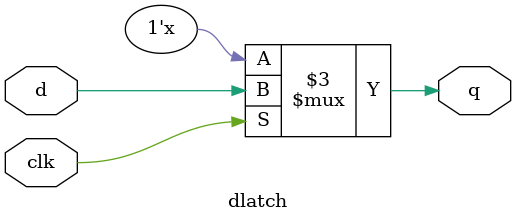
<source format=v>
`timescale 1ns / 1ps


module dlatch(
    input d,
    output reg q,
    input clk
    );
    
    initial begin
        q = 0;
    end
    
    always @(clk or d) begin
        if (clk)
            q <= d;
    end
endmodule

</source>
